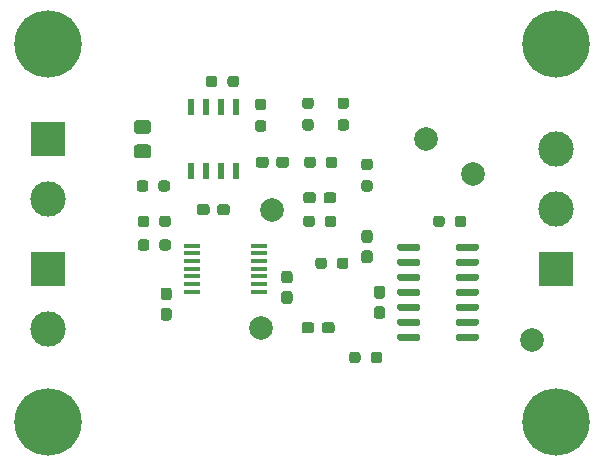
<source format=gts>
G04 #@! TF.GenerationSoftware,KiCad,Pcbnew,(5.1.9)-1*
G04 #@! TF.CreationDate,2021-08-16T02:32:57+12:00*
G04 #@! TF.ProjectId,Input,496e7075-742e-46b6-9963-61645f706362,rev?*
G04 #@! TF.SameCoordinates,Original*
G04 #@! TF.FileFunction,Soldermask,Top*
G04 #@! TF.FilePolarity,Negative*
%FSLAX46Y46*%
G04 Gerber Fmt 4.6, Leading zero omitted, Abs format (unit mm)*
G04 Created by KiCad (PCBNEW (5.1.9)-1) date 2021-08-16 02:32:57*
%MOMM*%
%LPD*%
G01*
G04 APERTURE LIST*
%ADD10R,0.533400X1.460500*%
%ADD11R,1.473200X0.355600*%
%ADD12C,2.000000*%
%ADD13C,3.000000*%
%ADD14R,3.000000X3.000000*%
%ADD15C,5.700000*%
G04 APERTURE END LIST*
G36*
G01*
X149425000Y406762500D02*
X149425000Y407237500D01*
G75*
G02*
X149662500Y407475000I237500J0D01*
G01*
X150162500Y407475000D01*
G75*
G02*
X150400000Y407237500I0J-237500D01*
G01*
X150400000Y406762500D01*
G75*
G02*
X150162500Y406525000I-237500J0D01*
G01*
X149662500Y406525000D01*
G75*
G02*
X149425000Y406762500I0J237500D01*
G01*
G37*
G36*
G01*
X147600000Y406762500D02*
X147600000Y407237500D01*
G75*
G02*
X147837500Y407475000I237500J0D01*
G01*
X148337500Y407475000D01*
G75*
G02*
X148575000Y407237500I0J-237500D01*
G01*
X148575000Y406762500D01*
G75*
G02*
X148337500Y406525000I-237500J0D01*
G01*
X147837500Y406525000D01*
G75*
G02*
X147600000Y406762500I0J237500D01*
G01*
G37*
G36*
G01*
X148575000Y405237500D02*
X148575000Y404762500D01*
G75*
G02*
X148337500Y404525000I-237500J0D01*
G01*
X147837500Y404525000D01*
G75*
G02*
X147600000Y404762500I0J237500D01*
G01*
X147600000Y405237500D01*
G75*
G02*
X147837500Y405475000I237500J0D01*
G01*
X148337500Y405475000D01*
G75*
G02*
X148575000Y405237500I0J-237500D01*
G01*
G37*
G36*
G01*
X150400000Y405237500D02*
X150400000Y404762500D01*
G75*
G02*
X150162500Y404525000I-237500J0D01*
G01*
X149662500Y404525000D01*
G75*
G02*
X149425000Y404762500I0J237500D01*
G01*
X149425000Y405237500D01*
G75*
G02*
X149662500Y405475000I237500J0D01*
G01*
X150162500Y405475000D01*
G75*
G02*
X150400000Y405237500I0J-237500D01*
G01*
G37*
G36*
G01*
X149762500Y399675000D02*
X150237500Y399675000D01*
G75*
G02*
X150475000Y399437500I0J-237500D01*
G01*
X150475000Y398837500D01*
G75*
G02*
X150237500Y398600000I-237500J0D01*
G01*
X149762500Y398600000D01*
G75*
G02*
X149525000Y398837500I0J237500D01*
G01*
X149525000Y399437500D01*
G75*
G02*
X149762500Y399675000I237500J0D01*
G01*
G37*
G36*
G01*
X149762500Y401400000D02*
X150237500Y401400000D01*
G75*
G02*
X150475000Y401162500I0J-237500D01*
G01*
X150475000Y400562500D01*
G75*
G02*
X150237500Y400325000I-237500J0D01*
G01*
X149762500Y400325000D01*
G75*
G02*
X149525000Y400562500I0J237500D01*
G01*
X149525000Y401162500D01*
G75*
G02*
X149762500Y401400000I237500J0D01*
G01*
G37*
G36*
G01*
X158237500Y416425000D02*
X157762500Y416425000D01*
G75*
G02*
X157525000Y416662500I0J237500D01*
G01*
X157525000Y417162500D01*
G75*
G02*
X157762500Y417400000I237500J0D01*
G01*
X158237500Y417400000D01*
G75*
G02*
X158475000Y417162500I0J-237500D01*
G01*
X158475000Y416662500D01*
G75*
G02*
X158237500Y416425000I-237500J0D01*
G01*
G37*
G36*
G01*
X158237500Y414600000D02*
X157762500Y414600000D01*
G75*
G02*
X157525000Y414837500I0J237500D01*
G01*
X157525000Y415337500D01*
G75*
G02*
X157762500Y415575000I237500J0D01*
G01*
X158237500Y415575000D01*
G75*
G02*
X158475000Y415337500I0J-237500D01*
G01*
X158475000Y414837500D01*
G75*
G02*
X158237500Y414600000I-237500J0D01*
G01*
G37*
G36*
G01*
X153675000Y408237500D02*
X153675000Y407762500D01*
G75*
G02*
X153437500Y407525000I-237500J0D01*
G01*
X152837500Y407525000D01*
G75*
G02*
X152600000Y407762500I0J237500D01*
G01*
X152600000Y408237500D01*
G75*
G02*
X152837500Y408475000I237500J0D01*
G01*
X153437500Y408475000D01*
G75*
G02*
X153675000Y408237500I0J-237500D01*
G01*
G37*
G36*
G01*
X155400000Y408237500D02*
X155400000Y407762500D01*
G75*
G02*
X155162500Y407525000I-237500J0D01*
G01*
X154562500Y407525000D01*
G75*
G02*
X154325000Y407762500I0J237500D01*
G01*
X154325000Y408237500D01*
G75*
G02*
X154562500Y408475000I237500J0D01*
G01*
X155162500Y408475000D01*
G75*
G02*
X155400000Y408237500I0J-237500D01*
G01*
G37*
G36*
G01*
X168297500Y400465000D02*
X167822500Y400465000D01*
G75*
G02*
X167585000Y400702500I0J237500D01*
G01*
X167585000Y401302500D01*
G75*
G02*
X167822500Y401540000I237500J0D01*
G01*
X168297500Y401540000D01*
G75*
G02*
X168535000Y401302500I0J-237500D01*
G01*
X168535000Y400702500D01*
G75*
G02*
X168297500Y400465000I-237500J0D01*
G01*
G37*
G36*
G01*
X168297500Y398740000D02*
X167822500Y398740000D01*
G75*
G02*
X167585000Y398977500I0J237500D01*
G01*
X167585000Y399577500D01*
G75*
G02*
X167822500Y399815000I237500J0D01*
G01*
X168297500Y399815000D01*
G75*
G02*
X168535000Y399577500I0J-237500D01*
G01*
X168535000Y398977500D01*
G75*
G02*
X168297500Y398740000I-237500J0D01*
G01*
G37*
G36*
G01*
X159325000Y411762500D02*
X159325000Y412237500D01*
G75*
G02*
X159562500Y412475000I237500J0D01*
G01*
X160162500Y412475000D01*
G75*
G02*
X160400000Y412237500I0J-237500D01*
G01*
X160400000Y411762500D01*
G75*
G02*
X160162500Y411525000I-237500J0D01*
G01*
X159562500Y411525000D01*
G75*
G02*
X159325000Y411762500I0J237500D01*
G01*
G37*
G36*
G01*
X157600000Y411762500D02*
X157600000Y412237500D01*
G75*
G02*
X157837500Y412475000I237500J0D01*
G01*
X158437500Y412475000D01*
G75*
G02*
X158675000Y412237500I0J-237500D01*
G01*
X158675000Y411762500D01*
G75*
G02*
X158437500Y411525000I-237500J0D01*
G01*
X157837500Y411525000D01*
G75*
G02*
X157600000Y411762500I0J237500D01*
G01*
G37*
G36*
G01*
X171500000Y397340000D02*
X171500000Y397040000D01*
G75*
G02*
X171350000Y396890000I-150000J0D01*
G01*
X169700000Y396890000D01*
G75*
G02*
X169550000Y397040000I0J150000D01*
G01*
X169550000Y397340000D01*
G75*
G02*
X169700000Y397490000I150000J0D01*
G01*
X171350000Y397490000D01*
G75*
G02*
X171500000Y397340000I0J-150000D01*
G01*
G37*
G36*
G01*
X171500000Y398610000D02*
X171500000Y398310000D01*
G75*
G02*
X171350000Y398160000I-150000J0D01*
G01*
X169700000Y398160000D01*
G75*
G02*
X169550000Y398310000I0J150000D01*
G01*
X169550000Y398610000D01*
G75*
G02*
X169700000Y398760000I150000J0D01*
G01*
X171350000Y398760000D01*
G75*
G02*
X171500000Y398610000I0J-150000D01*
G01*
G37*
G36*
G01*
X171500000Y399880000D02*
X171500000Y399580000D01*
G75*
G02*
X171350000Y399430000I-150000J0D01*
G01*
X169700000Y399430000D01*
G75*
G02*
X169550000Y399580000I0J150000D01*
G01*
X169550000Y399880000D01*
G75*
G02*
X169700000Y400030000I150000J0D01*
G01*
X171350000Y400030000D01*
G75*
G02*
X171500000Y399880000I0J-150000D01*
G01*
G37*
G36*
G01*
X171500000Y401150000D02*
X171500000Y400850000D01*
G75*
G02*
X171350000Y400700000I-150000J0D01*
G01*
X169700000Y400700000D01*
G75*
G02*
X169550000Y400850000I0J150000D01*
G01*
X169550000Y401150000D01*
G75*
G02*
X169700000Y401300000I150000J0D01*
G01*
X171350000Y401300000D01*
G75*
G02*
X171500000Y401150000I0J-150000D01*
G01*
G37*
G36*
G01*
X171500000Y402420000D02*
X171500000Y402120000D01*
G75*
G02*
X171350000Y401970000I-150000J0D01*
G01*
X169700000Y401970000D01*
G75*
G02*
X169550000Y402120000I0J150000D01*
G01*
X169550000Y402420000D01*
G75*
G02*
X169700000Y402570000I150000J0D01*
G01*
X171350000Y402570000D01*
G75*
G02*
X171500000Y402420000I0J-150000D01*
G01*
G37*
G36*
G01*
X171500000Y403690000D02*
X171500000Y403390000D01*
G75*
G02*
X171350000Y403240000I-150000J0D01*
G01*
X169700000Y403240000D01*
G75*
G02*
X169550000Y403390000I0J150000D01*
G01*
X169550000Y403690000D01*
G75*
G02*
X169700000Y403840000I150000J0D01*
G01*
X171350000Y403840000D01*
G75*
G02*
X171500000Y403690000I0J-150000D01*
G01*
G37*
G36*
G01*
X171500000Y404960000D02*
X171500000Y404660000D01*
G75*
G02*
X171350000Y404510000I-150000J0D01*
G01*
X169700000Y404510000D01*
G75*
G02*
X169550000Y404660000I0J150000D01*
G01*
X169550000Y404960000D01*
G75*
G02*
X169700000Y405110000I150000J0D01*
G01*
X171350000Y405110000D01*
G75*
G02*
X171500000Y404960000I0J-150000D01*
G01*
G37*
G36*
G01*
X176450000Y404960000D02*
X176450000Y404660000D01*
G75*
G02*
X176300000Y404510000I-150000J0D01*
G01*
X174650000Y404510000D01*
G75*
G02*
X174500000Y404660000I0J150000D01*
G01*
X174500000Y404960000D01*
G75*
G02*
X174650000Y405110000I150000J0D01*
G01*
X176300000Y405110000D01*
G75*
G02*
X176450000Y404960000I0J-150000D01*
G01*
G37*
G36*
G01*
X176450000Y403690000D02*
X176450000Y403390000D01*
G75*
G02*
X176300000Y403240000I-150000J0D01*
G01*
X174650000Y403240000D01*
G75*
G02*
X174500000Y403390000I0J150000D01*
G01*
X174500000Y403690000D01*
G75*
G02*
X174650000Y403840000I150000J0D01*
G01*
X176300000Y403840000D01*
G75*
G02*
X176450000Y403690000I0J-150000D01*
G01*
G37*
G36*
G01*
X176450000Y402420000D02*
X176450000Y402120000D01*
G75*
G02*
X176300000Y401970000I-150000J0D01*
G01*
X174650000Y401970000D01*
G75*
G02*
X174500000Y402120000I0J150000D01*
G01*
X174500000Y402420000D01*
G75*
G02*
X174650000Y402570000I150000J0D01*
G01*
X176300000Y402570000D01*
G75*
G02*
X176450000Y402420000I0J-150000D01*
G01*
G37*
G36*
G01*
X176450000Y401150000D02*
X176450000Y400850000D01*
G75*
G02*
X176300000Y400700000I-150000J0D01*
G01*
X174650000Y400700000D01*
G75*
G02*
X174500000Y400850000I0J150000D01*
G01*
X174500000Y401150000D01*
G75*
G02*
X174650000Y401300000I150000J0D01*
G01*
X176300000Y401300000D01*
G75*
G02*
X176450000Y401150000I0J-150000D01*
G01*
G37*
G36*
G01*
X176450000Y399880000D02*
X176450000Y399580000D01*
G75*
G02*
X176300000Y399430000I-150000J0D01*
G01*
X174650000Y399430000D01*
G75*
G02*
X174500000Y399580000I0J150000D01*
G01*
X174500000Y399880000D01*
G75*
G02*
X174650000Y400030000I150000J0D01*
G01*
X176300000Y400030000D01*
G75*
G02*
X176450000Y399880000I0J-150000D01*
G01*
G37*
G36*
G01*
X176450000Y398610000D02*
X176450000Y398310000D01*
G75*
G02*
X176300000Y398160000I-150000J0D01*
G01*
X174650000Y398160000D01*
G75*
G02*
X174500000Y398310000I0J150000D01*
G01*
X174500000Y398610000D01*
G75*
G02*
X174650000Y398760000I150000J0D01*
G01*
X176300000Y398760000D01*
G75*
G02*
X176450000Y398610000I0J-150000D01*
G01*
G37*
G36*
G01*
X176450000Y397340000D02*
X176450000Y397040000D01*
G75*
G02*
X176300000Y396890000I-150000J0D01*
G01*
X174650000Y396890000D01*
G75*
G02*
X174500000Y397040000I0J150000D01*
G01*
X174500000Y397340000D01*
G75*
G02*
X174650000Y397490000I150000J0D01*
G01*
X176300000Y397490000D01*
G75*
G02*
X176450000Y397340000I0J-150000D01*
G01*
G37*
D10*
X155905000Y411275850D03*
X154635000Y411275850D03*
X153365000Y411275850D03*
X152095000Y411275850D03*
X152095000Y416724150D03*
X153365000Y416724150D03*
X154635000Y416724150D03*
X155905000Y416724150D03*
D11*
X157819400Y404949999D03*
X157819400Y404300000D03*
X157819400Y403649999D03*
X157819400Y403000000D03*
X157819400Y402349999D03*
X157819400Y401700000D03*
X157819400Y401049999D03*
X152180600Y401050001D03*
X152180600Y401700000D03*
X152180600Y402350001D03*
X152180600Y403000000D03*
X152180600Y403649999D03*
X152180600Y404300000D03*
X152180600Y404950001D03*
D12*
X159000000Y408000000D03*
X176000000Y411000000D03*
X181000000Y397000000D03*
X158000000Y398000000D03*
X172000000Y414000000D03*
G36*
G01*
X174425000Y406762500D02*
X174425000Y407237500D01*
G75*
G02*
X174662500Y407475000I237500J0D01*
G01*
X175162500Y407475000D01*
G75*
G02*
X175400000Y407237500I0J-237500D01*
G01*
X175400000Y406762500D01*
G75*
G02*
X175162500Y406525000I-237500J0D01*
G01*
X174662500Y406525000D01*
G75*
G02*
X174425000Y406762500I0J237500D01*
G01*
G37*
G36*
G01*
X172600000Y406762500D02*
X172600000Y407237500D01*
G75*
G02*
X172837500Y407475000I237500J0D01*
G01*
X173337500Y407475000D01*
G75*
G02*
X173575000Y407237500I0J-237500D01*
G01*
X173575000Y406762500D01*
G75*
G02*
X173337500Y406525000I-237500J0D01*
G01*
X172837500Y406525000D01*
G75*
G02*
X172600000Y406762500I0J237500D01*
G01*
G37*
G36*
G01*
X167307500Y395242500D02*
X167307500Y395717500D01*
G75*
G02*
X167545000Y395955000I237500J0D01*
G01*
X168045000Y395955000D01*
G75*
G02*
X168282500Y395717500I0J-237500D01*
G01*
X168282500Y395242500D01*
G75*
G02*
X168045000Y395005000I-237500J0D01*
G01*
X167545000Y395005000D01*
G75*
G02*
X167307500Y395242500I0J237500D01*
G01*
G37*
G36*
G01*
X165482500Y395242500D02*
X165482500Y395717500D01*
G75*
G02*
X165720000Y395955000I237500J0D01*
G01*
X166220000Y395955000D01*
G75*
G02*
X166457500Y395717500I0J-237500D01*
G01*
X166457500Y395242500D01*
G75*
G02*
X166220000Y395005000I-237500J0D01*
G01*
X165720000Y395005000D01*
G75*
G02*
X165482500Y395242500I0J237500D01*
G01*
G37*
G36*
G01*
X164762500Y415662500D02*
X165237500Y415662500D01*
G75*
G02*
X165475000Y415425000I0J-237500D01*
G01*
X165475000Y414925000D01*
G75*
G02*
X165237500Y414687500I-237500J0D01*
G01*
X164762500Y414687500D01*
G75*
G02*
X164525000Y414925000I0J237500D01*
G01*
X164525000Y415425000D01*
G75*
G02*
X164762500Y415662500I237500J0D01*
G01*
G37*
G36*
G01*
X164762500Y417487500D02*
X165237500Y417487500D01*
G75*
G02*
X165475000Y417250000I0J-237500D01*
G01*
X165475000Y416750000D01*
G75*
G02*
X165237500Y416512500I-237500J0D01*
G01*
X164762500Y416512500D01*
G75*
G02*
X164525000Y416750000I0J237500D01*
G01*
X164525000Y417250000D01*
G75*
G02*
X164762500Y417487500I237500J0D01*
G01*
G37*
G36*
G01*
X161762500Y415662500D02*
X162237500Y415662500D01*
G75*
G02*
X162475000Y415425000I0J-237500D01*
G01*
X162475000Y414925000D01*
G75*
G02*
X162237500Y414687500I-237500J0D01*
G01*
X161762500Y414687500D01*
G75*
G02*
X161525000Y414925000I0J237500D01*
G01*
X161525000Y415425000D01*
G75*
G02*
X161762500Y415662500I237500J0D01*
G01*
G37*
G36*
G01*
X161762500Y417487500D02*
X162237500Y417487500D01*
G75*
G02*
X162475000Y417250000I0J-237500D01*
G01*
X162475000Y416750000D01*
G75*
G02*
X162237500Y416512500I-237500J0D01*
G01*
X161762500Y416512500D01*
G75*
G02*
X161525000Y416750000I0J237500D01*
G01*
X161525000Y417250000D01*
G75*
G02*
X161762500Y417487500I237500J0D01*
G01*
G37*
G36*
G01*
X156167500Y419087500D02*
X156167500Y418612500D01*
G75*
G02*
X155930000Y418375000I-237500J0D01*
G01*
X155430000Y418375000D01*
G75*
G02*
X155192500Y418612500I0J237500D01*
G01*
X155192500Y419087500D01*
G75*
G02*
X155430000Y419325000I237500J0D01*
G01*
X155930000Y419325000D01*
G75*
G02*
X156167500Y419087500I0J-237500D01*
G01*
G37*
G36*
G01*
X154342500Y419087500D02*
X154342500Y418612500D01*
G75*
G02*
X154105000Y418375000I-237500J0D01*
G01*
X153605000Y418375000D01*
G75*
G02*
X153367500Y418612500I0J237500D01*
G01*
X153367500Y419087500D01*
G75*
G02*
X153605000Y419325000I237500J0D01*
G01*
X154105000Y419325000D01*
G75*
G02*
X154342500Y419087500I0J-237500D01*
G01*
G37*
G36*
G01*
X163512500Y411762500D02*
X163512500Y412237500D01*
G75*
G02*
X163750000Y412475000I237500J0D01*
G01*
X164250000Y412475000D01*
G75*
G02*
X164487500Y412237500I0J-237500D01*
G01*
X164487500Y411762500D01*
G75*
G02*
X164250000Y411525000I-237500J0D01*
G01*
X163750000Y411525000D01*
G75*
G02*
X163512500Y411762500I0J237500D01*
G01*
G37*
G36*
G01*
X161687500Y411762500D02*
X161687500Y412237500D01*
G75*
G02*
X161925000Y412475000I237500J0D01*
G01*
X162425000Y412475000D01*
G75*
G02*
X162662500Y412237500I0J-237500D01*
G01*
X162662500Y411762500D01*
G75*
G02*
X162425000Y411525000I-237500J0D01*
G01*
X161925000Y411525000D01*
G75*
G02*
X161687500Y411762500I0J237500D01*
G01*
G37*
G36*
G01*
X166762500Y410487500D02*
X167237500Y410487500D01*
G75*
G02*
X167475000Y410250000I0J-237500D01*
G01*
X167475000Y409750000D01*
G75*
G02*
X167237500Y409512500I-237500J0D01*
G01*
X166762500Y409512500D01*
G75*
G02*
X166525000Y409750000I0J237500D01*
G01*
X166525000Y410250000D01*
G75*
G02*
X166762500Y410487500I237500J0D01*
G01*
G37*
G36*
G01*
X166762500Y412312500D02*
X167237500Y412312500D01*
G75*
G02*
X167475000Y412075000I0J-237500D01*
G01*
X167475000Y411575000D01*
G75*
G02*
X167237500Y411337500I-237500J0D01*
G01*
X166762500Y411337500D01*
G75*
G02*
X166525000Y411575000I0J237500D01*
G01*
X166525000Y412075000D01*
G75*
G02*
X166762500Y412312500I237500J0D01*
G01*
G37*
G36*
G01*
X163425000Y406762500D02*
X163425000Y407237500D01*
G75*
G02*
X163662500Y407475000I237500J0D01*
G01*
X164162500Y407475000D01*
G75*
G02*
X164400000Y407237500I0J-237500D01*
G01*
X164400000Y406762500D01*
G75*
G02*
X164162500Y406525000I-237500J0D01*
G01*
X163662500Y406525000D01*
G75*
G02*
X163425000Y406762500I0J237500D01*
G01*
G37*
G36*
G01*
X161600000Y406762500D02*
X161600000Y407237500D01*
G75*
G02*
X161837500Y407475000I237500J0D01*
G01*
X162337500Y407475000D01*
G75*
G02*
X162575000Y407237500I0J-237500D01*
G01*
X162575000Y406762500D01*
G75*
G02*
X162337500Y406525000I-237500J0D01*
G01*
X161837500Y406525000D01*
G75*
G02*
X161600000Y406762500I0J237500D01*
G01*
G37*
G36*
G01*
X163608200Y403691100D02*
X163608200Y403216100D01*
G75*
G02*
X163370700Y402978600I-237500J0D01*
G01*
X162870700Y402978600D01*
G75*
G02*
X162633200Y403216100I0J237500D01*
G01*
X162633200Y403691100D01*
G75*
G02*
X162870700Y403928600I237500J0D01*
G01*
X163370700Y403928600D01*
G75*
G02*
X163608200Y403691100I0J-237500D01*
G01*
G37*
G36*
G01*
X165433200Y403691100D02*
X165433200Y403216100D01*
G75*
G02*
X165195700Y402978600I-237500J0D01*
G01*
X164695700Y402978600D01*
G75*
G02*
X164458200Y403216100I0J237500D01*
G01*
X164458200Y403691100D01*
G75*
G02*
X164695700Y403928600I237500J0D01*
G01*
X165195700Y403928600D01*
G75*
G02*
X165433200Y403691100I0J-237500D01*
G01*
G37*
G36*
G01*
X148487500Y410237500D02*
X148487500Y409762500D01*
G75*
G02*
X148250000Y409525000I-237500J0D01*
G01*
X147750000Y409525000D01*
G75*
G02*
X147512500Y409762500I0J237500D01*
G01*
X147512500Y410237500D01*
G75*
G02*
X147750000Y410475000I237500J0D01*
G01*
X148250000Y410475000D01*
G75*
G02*
X148487500Y410237500I0J-237500D01*
G01*
G37*
G36*
G01*
X150312500Y410237500D02*
X150312500Y409762500D01*
G75*
G02*
X150075000Y409525000I-237500J0D01*
G01*
X149575000Y409525000D01*
G75*
G02*
X149337500Y409762500I0J237500D01*
G01*
X149337500Y410237500D01*
G75*
G02*
X149575000Y410475000I237500J0D01*
G01*
X150075000Y410475000D01*
G75*
G02*
X150312500Y410237500I0J-237500D01*
G01*
G37*
D13*
X183000000Y413160000D03*
X183000000Y408080000D03*
D14*
X183000000Y403000000D03*
D13*
X140000000Y397920000D03*
D14*
X140000000Y403000000D03*
D13*
X140000000Y408920000D03*
D14*
X140000000Y414000000D03*
D15*
X183000000Y390000000D03*
X140000000Y390000000D03*
X183000000Y422000000D03*
X140000000Y422000000D03*
G36*
G01*
X166762500Y404537500D02*
X167237500Y404537500D01*
G75*
G02*
X167475000Y404300000I0J-237500D01*
G01*
X167475000Y403700000D01*
G75*
G02*
X167237500Y403462500I-237500J0D01*
G01*
X166762500Y403462500D01*
G75*
G02*
X166525000Y403700000I0J237500D01*
G01*
X166525000Y404300000D01*
G75*
G02*
X166762500Y404537500I237500J0D01*
G01*
G37*
G36*
G01*
X166762500Y406262500D02*
X167237500Y406262500D01*
G75*
G02*
X167475000Y406025000I0J-237500D01*
G01*
X167475000Y405425000D01*
G75*
G02*
X167237500Y405187500I-237500J0D01*
G01*
X166762500Y405187500D01*
G75*
G02*
X166525000Y405425000I0J237500D01*
G01*
X166525000Y406025000D01*
G75*
G02*
X166762500Y406262500I237500J0D01*
G01*
G37*
G36*
G01*
X163325000Y408762500D02*
X163325000Y409237500D01*
G75*
G02*
X163562500Y409475000I237500J0D01*
G01*
X164162500Y409475000D01*
G75*
G02*
X164400000Y409237500I0J-237500D01*
G01*
X164400000Y408762500D01*
G75*
G02*
X164162500Y408525000I-237500J0D01*
G01*
X163562500Y408525000D01*
G75*
G02*
X163325000Y408762500I0J237500D01*
G01*
G37*
G36*
G01*
X161600000Y408762500D02*
X161600000Y409237500D01*
G75*
G02*
X161837500Y409475000I237500J0D01*
G01*
X162437500Y409475000D01*
G75*
G02*
X162675000Y409237500I0J-237500D01*
G01*
X162675000Y408762500D01*
G75*
G02*
X162437500Y408525000I-237500J0D01*
G01*
X161837500Y408525000D01*
G75*
G02*
X161600000Y408762500I0J237500D01*
G01*
G37*
G36*
G01*
X159985700Y401096600D02*
X160460700Y401096600D01*
G75*
G02*
X160698200Y400859100I0J-237500D01*
G01*
X160698200Y400259100D01*
G75*
G02*
X160460700Y400021600I-237500J0D01*
G01*
X159985700Y400021600D01*
G75*
G02*
X159748200Y400259100I0J237500D01*
G01*
X159748200Y400859100D01*
G75*
G02*
X159985700Y401096600I237500J0D01*
G01*
G37*
G36*
G01*
X159985700Y402821600D02*
X160460700Y402821600D01*
G75*
G02*
X160698200Y402584100I0J-237500D01*
G01*
X160698200Y401984100D01*
G75*
G02*
X160460700Y401746600I-237500J0D01*
G01*
X159985700Y401746600D01*
G75*
G02*
X159748200Y401984100I0J237500D01*
G01*
X159748200Y402584100D01*
G75*
G02*
X159985700Y402821600I237500J0D01*
G01*
G37*
G36*
G01*
X162537500Y398237500D02*
X162537500Y397762500D01*
G75*
G02*
X162300000Y397525000I-237500J0D01*
G01*
X161700000Y397525000D01*
G75*
G02*
X161462500Y397762500I0J237500D01*
G01*
X161462500Y398237500D01*
G75*
G02*
X161700000Y398475000I237500J0D01*
G01*
X162300000Y398475000D01*
G75*
G02*
X162537500Y398237500I0J-237500D01*
G01*
G37*
G36*
G01*
X164262500Y398237500D02*
X164262500Y397762500D01*
G75*
G02*
X164025000Y397525000I-237500J0D01*
G01*
X163425000Y397525000D01*
G75*
G02*
X163187500Y397762500I0J237500D01*
G01*
X163187500Y398237500D01*
G75*
G02*
X163425000Y398475000I237500J0D01*
G01*
X164025000Y398475000D01*
G75*
G02*
X164262500Y398237500I0J-237500D01*
G01*
G37*
G36*
G01*
X148475000Y414412500D02*
X147525000Y414412500D01*
G75*
G02*
X147275000Y414662500I0J250000D01*
G01*
X147275000Y415337500D01*
G75*
G02*
X147525000Y415587500I250000J0D01*
G01*
X148475000Y415587500D01*
G75*
G02*
X148725000Y415337500I0J-250000D01*
G01*
X148725000Y414662500D01*
G75*
G02*
X148475000Y414412500I-250000J0D01*
G01*
G37*
G36*
G01*
X148475000Y412337500D02*
X147525000Y412337500D01*
G75*
G02*
X147275000Y412587500I0J250000D01*
G01*
X147275000Y413262500D01*
G75*
G02*
X147525000Y413512500I250000J0D01*
G01*
X148475000Y413512500D01*
G75*
G02*
X148725000Y413262500I0J-250000D01*
G01*
X148725000Y412587500D01*
G75*
G02*
X148475000Y412337500I-250000J0D01*
G01*
G37*
M02*

</source>
